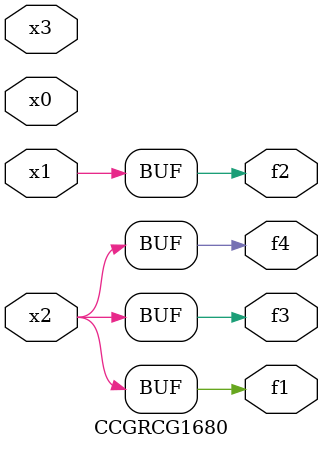
<source format=v>
module CCGRCG1680(
	input x0, x1, x2, x3,
	output f1, f2, f3, f4
);
	assign f1 = x2;
	assign f2 = x1;
	assign f3 = x2;
	assign f4 = x2;
endmodule

</source>
